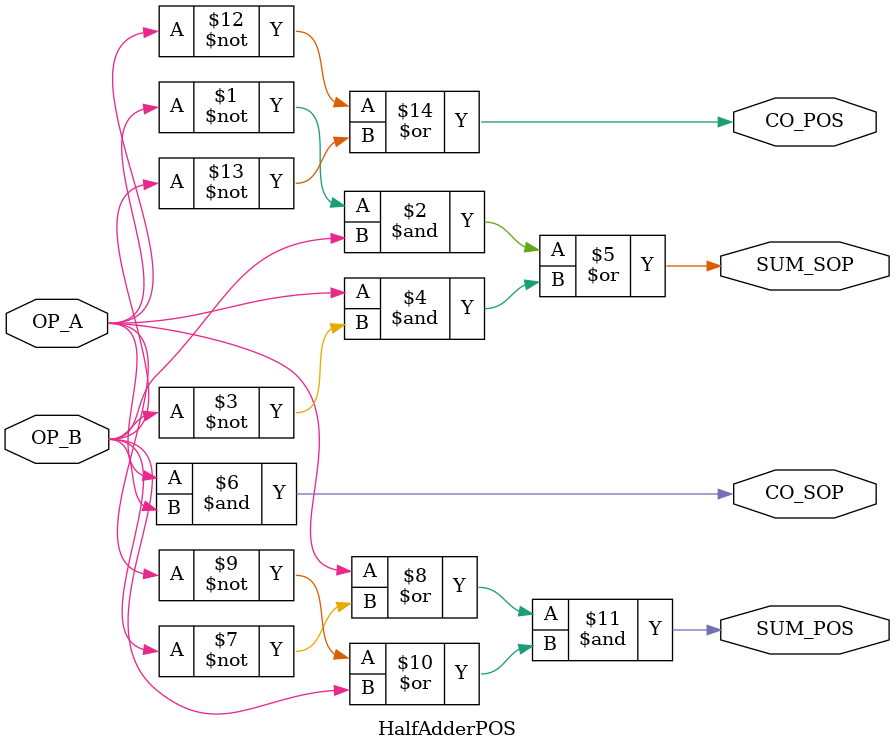
<source format=sv>
`timescale 1ns / 1ps

module HalfAdderPOS(
    input OP_A,
    input OP_B,
    output SUM_SOP,
    output CO_SOP,
    output SUM_POS,
    output CO_POS
    );
    
    // SOP equations
    assign SUM_SOP = (~OP_A & OP_B) | (OP_A & ~OP_B);
    assign CO_SOP = OP_A & OP_B;
    
    // POS equations
    assign SUM_POS = (OP_A | ~OP_B) & (~OP_A | OP_B);
    assign CO_POS = ~OP_A | ~OP_B;
    
endmodule

</source>
